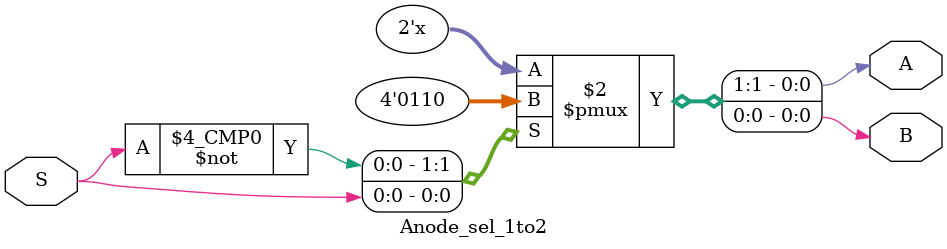
<source format=v>
`timescale 1ns / 1ps


module Anode_sel_1to2(
    input S,
    
    output reg A,B
    
   );
    
    always@(*)    
        begin       
            case(S)//ACtivates one of the anodes at a time based on the signal S            
            1'b0: {A,B} = {1'b0,1'b1};            
            1'b1: {A,B} = {1'b1,1'b0};           
            default: {A,B} = 2'b11;           
            endcase           
        end
endmodule

</source>
